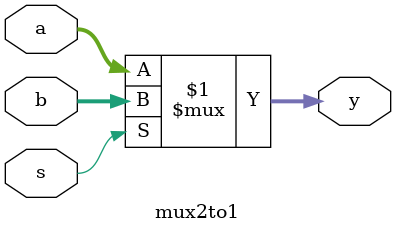
<source format=v>

module adder (
    input [3:0] a,
    input [3:0] b,
    input cin,
    output [3:0] sum,
    output cout
);

wire [3:0] xor1_out, xor2_out, xor3_out, and1_out, and2_out, and3_out, and4_out, and5_out, and6_out;
wire [3:0] mux1_out, mux2_out, mux3_out;

// XOR gates
assign xor1_out[0] = a[0] ^ b[0];
assign xor1_out[1] = a[1] ^ b[1];
assign xor1_out[2] = a[2] ^ b[2];
assign xor1_out[3] = a[3] ^ b[3];

assign xor2_out[0] = cin ^ b[0];
assign xor2_out[1] = cin ^ b[1];
assign xor2_out[2] = cin ^ b[2];
assign xor2_out[3] = cin ^ b[3];

assign xor3_out[0] = cin ^ a[0];
assign xor3_out[1] = cin ^ a[1];
assign xor3_out[2] = cin ^ a[2];
assign xor3_out[3] = cin ^ a[3];

// AND gates
assign and1_out[0] = a[0] & b[0];
assign and1_out[1] = a[1] & b[1];
assign and1_out[2] = a[2] & b[2];
assign and1_out[3] = a[3] & b[3];

assign and2_out[0] = xor1_out[0] & cin;
assign and2_out[1] = xor1_out[1] & xor2_out[0];
assign and2_out[2] = xor1_out[2] & xor2_out[1];
assign and2_out[3] = xor1_out[3] & xor2_out[2];

assign and3_out[0] = xor1_out[0] & xor2_out[0];
assign and3_out[1] = xor1_out[1] & xor2_out[1];
assign and3_out[2] = xor1_out[2] & xor2_out[2];
assign and3_out[3] = xor1_out[3] & xor2_out[3];

assign and4_out[0] = xor1_out[0] & xor2_out[0] & cin;
assign and4_out[1] = xor1_out[1] & xor2_out[1] & xor3_out[0];
assign and4_out[2] = xor1_out[2] & xor2_out[2] & xor3_out[1];
assign and4_out[3] = xor1_out[3] & xor2_out[3] & xor3_out[2];

assign and5_out[0] = xor1_out[0] & xor2_out[0] & xor3_out[0];
assign and5_out[1] = xor1_out[1] & xor2_out[1] & xor3_out[1];
assign and5_out[2] = xor1_out[2] & xor2_out[2] & xor3_out[2];
assign and5_out[3] = and4_out[2];

assign and6_out[0] = xor1_out[0] & xor2_out[0] & xor3_out[0] & cin;
assign and6_out[1] = xor1_out[1] & xor2_out[1] & xor3_out[1] & xor2_out[0];
assign and6_out[2] = xor1_out[2] & xor2_out[2] & xor3_out[2] & xor2_out[1];
assign and6_out[3] = and4_out[3];

// 2-input multiplexers
mux2to1 #(4) mux1 (
    .a(xor1_out),
    .b(and2_out),
    .s(cin),
    .y(mux1_out)
);

mux2to1 #(4) mux2 (
    .a(xor2_out),
    .b(and3_out),
    .s(cin),
    .y(mux2_out)
);

mux2to1 #(4) mux3 (
    .a(xor3_out),
    .b(and4_out),
    .s(cin),
    .y(mux3_out)
);

// final sum
assign sum[0] = mux1_out[0];
assign sum[1] = mux2_out[1];
assign sum[2] = mux3_out[2];
assign sum[3] = and5_out[3];

// carry-out
assign cout = and6_out[3];

endmodule
module mux2to1 #(parameter WIDTH = 8) (
    input [WIDTH-1:0] a,
    input [WIDTH-1:0] b,
    input s,
    output [WIDTH-1:0] y
);

assign y = s ? b : a;

endmodule
</source>
